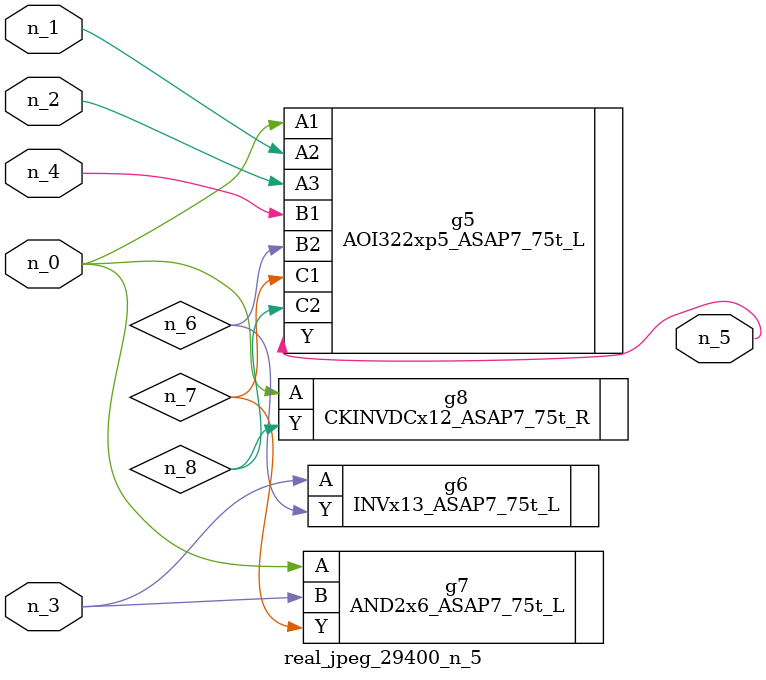
<source format=v>
module real_jpeg_29400_n_5 (n_4, n_0, n_1, n_2, n_3, n_5);

input n_4;
input n_0;
input n_1;
input n_2;
input n_3;

output n_5;

wire n_8;
wire n_6;
wire n_7;

AOI322xp5_ASAP7_75t_L g5 ( 
.A1(n_0),
.A2(n_1),
.A3(n_2),
.B1(n_4),
.B2(n_6),
.C1(n_7),
.C2(n_8),
.Y(n_5)
);

AND2x6_ASAP7_75t_L g7 ( 
.A(n_0),
.B(n_3),
.Y(n_7)
);

CKINVDCx12_ASAP7_75t_R g8 ( 
.A(n_0),
.Y(n_8)
);

INVx13_ASAP7_75t_L g6 ( 
.A(n_3),
.Y(n_6)
);


endmodule
</source>
